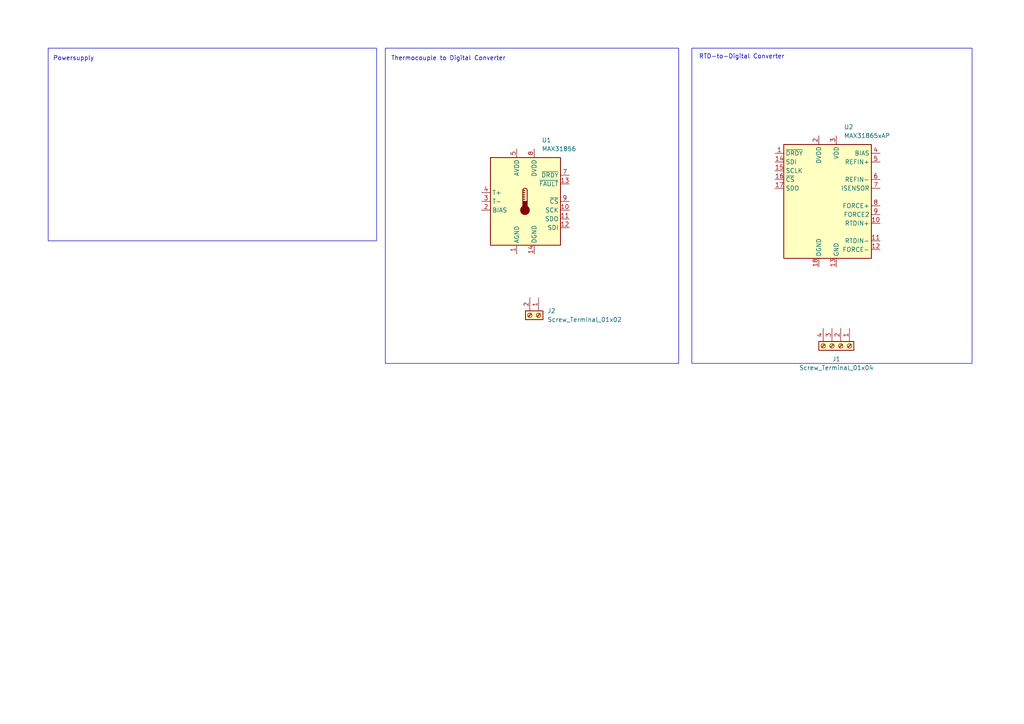
<source format=kicad_sch>
(kicad_sch (version 20231120) (generator "eeschema") (generator_version "8.0")
  (paper "A4")
  (lib_symbols
    (symbol "Connector:Screw_Terminal_01x02" (pin_names (offset 1.016) hide)
      (property "Reference" "J" (at 0 2.54 0))
      (property "Value" "Screw_Terminal_01x02" (at 0 -5.08 0))
      (symbol "Screw_Terminal_01x02_1_1"
        (rectangle (start -1.27 1.27) (end 1.27 -3.81) (stroke (width 0.254)) (fill (type background)))
        (circle (center 0 -2.54) (radius 0.635) (stroke (width 0.1524)))
        (polyline (pts (xy -0.5334 -2.2098) (xy 0.3302 -3.048)) (stroke (width 0.1524)))
        (polyline (pts (xy -0.5334 0.3302) (xy 0.3302 -0.508)) (stroke (width 0.1524)))
        (polyline (pts (xy -0.3556 -2.032) (xy 0.508 -2.8702)) (stroke (width 0.1524)))
        (polyline (pts (xy -0.3556 0.508) (xy 0.508 -0.3302)) (stroke (width 0.1524)))
        (circle (center 0 0) (radius 0.635) (stroke (width 0.1524)))
        (pin passive line (at -5.08 0 0) (length 3.81) (name "Pin_1") (number "1"))
        (pin passive line (at -5.08 -2.54 0) (length 3.81) (name "Pin_2") (number "2"))
      )
    )
    (symbol "Connector:Screw_Terminal_01x04" (pin_names (offset 1.016) hide)
      (property "Reference" "J" (at 0 5.08 0))
      (property "Value" "Screw_Terminal_01x04" (at 0 -7.62 0))
      (symbol "Screw_Terminal_01x04_1_1"
        (rectangle (start -1.27 3.81) (end 1.27 -6.35) (stroke (width 0.254)) (fill (type background)))
        (circle (center 0 -5.08) (radius 0.635) (stroke (width 0.1524)))
        (circle (center 0 -2.54) (radius 0.635) (stroke (width 0.1524)))
        (polyline (pts (xy -0.5334 -4.7498) (xy 0.3302 -5.588)) (stroke (width 0.1524)))
        (polyline (pts (xy -0.5334 -2.2098) (xy 0.3302 -3.048)) (stroke (width 0.1524)))
        (polyline (pts (xy -0.5334 0.3302) (xy 0.3302 -0.508)) (stroke (width 0.1524)))
        (polyline (pts (xy -0.5334 2.8702) (xy 0.3302 2.032)) (stroke (width 0.1524)))
        (polyline (pts (xy -0.3556 -4.572) (xy 0.508 -5.4102)) (stroke (width 0.1524)))
        (polyline (pts (xy -0.3556 -2.032) (xy 0.508 -2.8702)) (stroke (width 0.1524)))
        (polyline (pts (xy -0.3556 0.508) (xy 0.508 -0.3302)) (stroke (width 0.1524)))
        (polyline (pts (xy -0.3556 3.048) (xy 0.508 2.2098)) (stroke (width 0.1524)))
        (circle (center 0 0) (radius 0.635) (stroke (width 0.1524)))
        (circle (center 0 2.54) (radius 0.635) (stroke (width 0.1524)))
        (pin passive line (at -5.08 2.54 0) (length 3.81) (name "Pin_1") (number "1"))
        (pin passive line (at -5.08 0 0) (length 3.81) (name "Pin_2") (number "2"))
        (pin passive line (at -5.08 -2.54 0) (length 3.81) (name "Pin_3") (number "3"))
        (pin passive line (at -5.08 -5.08 0) (length 3.81) (name "Pin_4") (number "4"))
      )
    )
    (symbol "Sensor_Temperature:MAX31856"
      (property "Reference" "U" (at -7.62 13.97 0))
      (property "Value" "MAX31856" (at 13.97 13.97 0))
      (symbol "MAX31856_0_1"
        (rectangle (start -10.16 12.7) (end 10.16 -12.7) (stroke (width 0.254)) (fill (type background)))
        (circle (center -0.127 -2.54) (radius 1.27) (stroke (width 0.254)) (fill (type outline)))
        (polyline (pts (xy -0.762 0.635) (xy -0.127 0.635)) (stroke (width 0.254)))
        (polyline (pts (xy -0.762 1.27) (xy -0.127 1.27)) (stroke (width 0.254)))
        (polyline (pts (xy -0.762 1.905) (xy -0.127 1.905)) (stroke (width 0.254)))
        (polyline (pts (xy -0.762 2.54) (xy -0.127 2.54)) (stroke (width 0.254)))
        (polyline (pts (xy -0.762 3.175) (xy -0.762 0)) (stroke (width 0.254)))
        (polyline (pts (xy -0.762 3.175) (xy -0.127 3.175)) (stroke (width 0.254)))
        (polyline (pts (xy 0.508 3.175) (xy 0.508 0)) (stroke (width 0.254)))
        (rectangle (start 0.508 -1.905) (end -0.762 0) (stroke (width 0.254)) (fill (type outline)))
        (arc (start 0.508 3.175) (mid -0.127 3.8073) (end -0.762 3.175) (stroke (width 0.254)))
      )
      (symbol "MAX31856_1_1"
        (pin power_in line (at -2.54 -15.24 90) (length 2.54) (name "AGND") (number "1"))
        (pin input line (at 12.7 -2.54 180) (length 2.54) (name "SCK") (number "10"))
        (pin output line (at 12.7 -5.08 180) (length 2.54) (name "SDO") (number "11"))
        (pin input line (at 12.7 -7.62 180) (length 2.54) (name "SDI") (number "12"))
        (pin output line (at 12.7 5.08 180) (length 2.54) (name "~{FAULT}") (number "13"))
        (pin power_in line (at 2.54 -15.24 90) (length 2.54) (name "DGND") (number "14"))
        (pin input line (at -12.7 -2.54 0) (length 2.54) (name "BIAS") (number "2"))
        (pin input line (at -12.7 0 0) (length 2.54) (name "T-") (number "3"))
        (pin input line (at -12.7 2.54 0) (length 2.54) (name "T+") (number "4"))
        (pin power_in line (at -2.54 15.24 270) (length 2.54) (name "AVDD") (number "5"))
        (pin no_connect line (at -10.16 -7.62 0) (length 2.54) hide (name "DNC") (number "6"))
        (pin output line (at 12.7 7.62 180) (length 2.54) (name "~{DRDY}") (number "7"))
        (pin power_in line (at 2.54 15.24 270) (length 2.54) (name "DVDD") (number "8"))
        (pin input line (at 12.7 0 180) (length 2.54) (name "~{CS}") (number "9"))
      )
    )
    (symbol "Sensor_Temperature:MAX31865xAP"
      (property "Reference" "U" (at -11.43 19.05 0))
      (property "Value" "MAX31865xAP" (at 10.16 19.05 0))
      (symbol "MAX31865xAP_0_1"
        (rectangle (start -12.7 17.78) (end 12.7 -15.24) (stroke (width 0.254)) (fill (type background)))
      )
      (symbol "MAX31865xAP_1_1"
        (pin output line (at -15.24 15.24 0) (length 2.54) (name "~{DRDY}") (number "1"))
        (pin input line (at 15.24 -5.08 180) (length 2.54) (name "RTDIN+") (number "10"))
        (pin input line (at 15.24 -10.16 180) (length 2.54) (name "RTDIN-") (number "11"))
        (pin power_out line (at 15.24 -12.7 180) (length 2.54) (name "FORCE-") (number "12"))
        (pin power_in line (at 2.54 -17.78 90) (length 2.54) (name "GND") (number "13"))
        (pin input line (at -15.24 12.7 0) (length 2.54) (name "SDI") (number "14"))
        (pin input line (at -15.24 10.16 0) (length 2.54) (name "SCLK") (number "15"))
        (pin input line (at -15.24 7.62 0) (length 2.54) (name "~{CS}") (number "16"))
        (pin tri_state line (at -15.24 5.08 0) (length 2.54) (name "SDO") (number "17"))
        (pin power_in line (at -2.54 -17.78 90) (length 2.54) (name "DGND") (number "18"))
        (pin passive line (at 2.54 -17.78 90) (length 2.54) hide (name "GND") (number "19"))
        (pin power_in line (at -2.54 20.32 270) (length 2.54) (name "DVDD") (number "2"))
        (pin no_connect line (at -12.7 -2.54 0) (length 2.54) hide (name "NC") (number "20"))
        (pin power_in line (at 2.54 20.32 270) (length 2.54) (name "VDD") (number "3"))
        (pin power_out line (at 15.24 15.24 180) (length 2.54) (name "BIAS") (number "4"))
        (pin input line (at 15.24 12.7 180) (length 2.54) (name "REFIN+") (number "5"))
        (pin input line (at 15.24 7.62 180) (length 2.54) (name "REFIN-") (number "6"))
        (pin passive line (at 15.24 5.08 180) (length 2.54) (name "ISENSOR") (number "7"))
        (pin passive line (at 15.24 0 180) (length 2.54) (name "FORCE+") (number "8"))
        (pin input line (at 15.24 -2.54 180) (length 2.54) (name "FORCE2") (number "9"))
      )
    )
  )
  (rectangle (start 200.66 13.97) (end 281.94 105.41))
  (rectangle (start 13.97 13.97) (end 109.22 69.85))
  (rectangle (start 111.76 13.97) (end 196.85 105.41))
  (text "Powersupply" (at 21.336 17.018 0) (effects (font (size 1.27 1.27))))
  (text "RTD-to-Digital Converter" (at 215.138 16.51 0) (effects (font (size 1.27 1.27))))
  (text "Thermocouple to Digital Converter" (at 130.048 17.018 0) (effects (font (size 1.27 1.27))))
  (symbol (lib_id "Connector:Screw_Terminal_01x02") (at 156.21 91.44 270) (unit 1)
    (property "Reference" "J2" (at 158.75 90.1699 90) (effects (justify left)))
    (property "Value" "Screw_Terminal_01x02" (at 158.75 92.7099 90) (effects (justify left)))
    (property "Description" "Generic screw terminal, single row, 01x02, script generated (kicad-library-utils/schlib/autogen/connector/)" (effects (hide yes)))
  )
  (symbol (lib_id "Sensor_Temperature:MAX31865xAP") (at 240.03 59.69 0) (unit 1)
    (property "Reference" "U2" (at 244.7641 36.83 0) (effects (justify left)))
    (property "Value" "MAX31865xAP" (at 244.7641 39.37 0) (effects (justify left)))
    (property "Footprint" "Package_SO:SSOP-20_5.3x7.2mm_P0.65mm" (effects (hide yes)))
    (property "Datasheet" "https://www.analog.com/media/en/technical-documentation/data-sheets/MAX31865.pdf" (effects (hide yes)))
    (property "Description" "RTD-to-Digital Converter, SSOP-20" (effects (hide yes)))
  )
  (symbol (lib_id "Connector:Screw_Terminal_01x04") (at 243.84 100.33 270) (unit 1)
    (property "Reference" "J1" (at 242.57 104.14 90))
    (property "Value" "Screw_Terminal_01x04" (at 242.57 106.68 90))
    (property "Description" "Generic screw terminal, single row, 01x04, script generated (kicad-library-utils/schlib/autogen/connector/)" (effects (hide yes)))
  )
  (symbol (lib_id "Sensor_Temperature:MAX31856") (at 152.4 58.42 0) (unit 1)
    (property "Reference" "U1" (at 157.1341 40.64 0) (effects (justify left)))
    (property "Value" "MAX31856" (at 157.1341 43.18 0) (effects (justify left)))
    (property "Footprint" "Package_SO:TSSOP-14_4.4x5mm_P0.65mm" (effects (hide yes)))
    (property "Datasheet" "https://datasheets.maximintegrated.com/en/ds/MAX31856.pdf" (effects (hide yes)))
    (property "Description" "Precision Thermocouple to Digital Converter with Linearization, TSSOP-14" (effects (hide yes)))
  )
)
</source>
